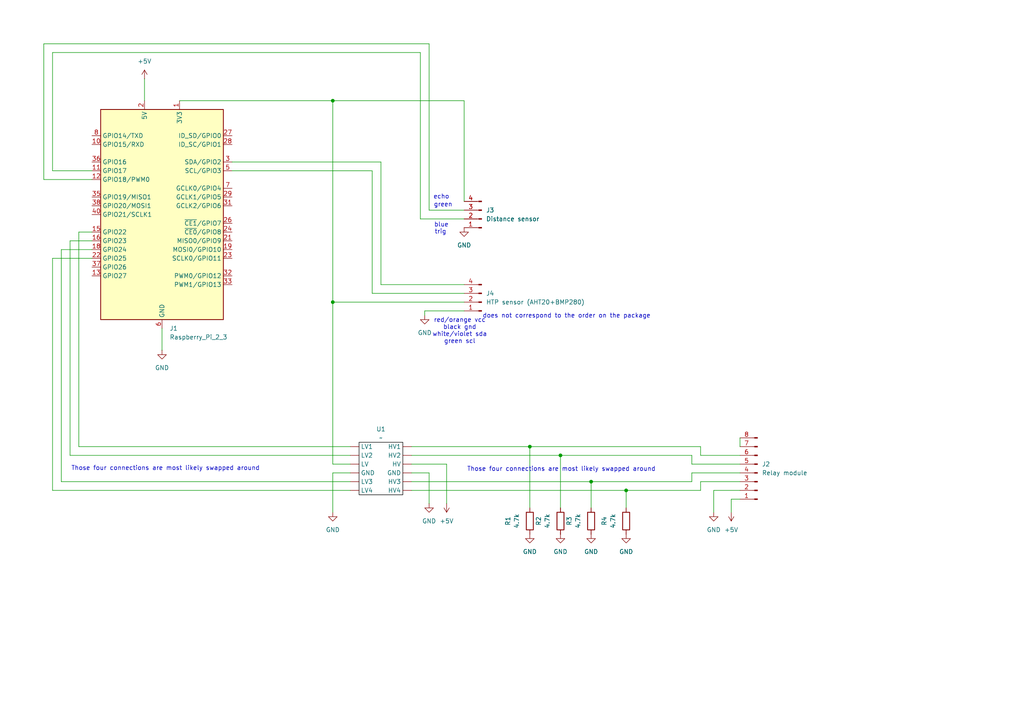
<source format=kicad_sch>
(kicad_sch (version 20231120) (generator "eeschema") (generator_version "8.0")
  (paper "A4")
  (title_block (title "Vivarium Automation"))
  (lib_symbols
    (symbol "Connector:Conn_01x04_Pin" (pin_names (offset 1.016) hide)
      (property "Reference" "J" (at 0 5.08 0))
      (property "Value" "Conn_01x04_Pin" (at 0 -7.62 0))
      (symbol "Conn_01x04_Pin_1_1"
        (polyline (pts (xy 1.27 -5.08) (xy 0.8636 -5.08)) (stroke (width 0.1524)))
        (polyline (pts (xy 1.27 -2.54) (xy 0.8636 -2.54)) (stroke (width 0.1524)))
        (polyline (pts (xy 1.27 0) (xy 0.8636 0)) (stroke (width 0.1524)))
        (polyline (pts (xy 1.27 2.54) (xy 0.8636 2.54)) (stroke (width 0.1524)))
        (rectangle (start 0.8636 -4.953) (end 0 -5.207) (stroke (width 0.1524)) (fill (type outline)))
        (rectangle (start 0.8636 -2.413) (end 0 -2.667) (stroke (width 0.1524)) (fill (type outline)))
        (rectangle (start 0.8636 0.127) (end 0 -0.127) (stroke (width 0.1524)) (fill (type outline)))
        (rectangle (start 0.8636 2.667) (end 0 2.413) (stroke (width 0.1524)) (fill (type outline)))
        (pin passive line (at 5.08 2.54 180) (length 3.81) (name "Pin_1") (number "1"))
        (pin passive line (at 5.08 0 180) (length 3.81) (name "Pin_2") (number "2"))
        (pin passive line (at 5.08 -2.54 180) (length 3.81) (name "Pin_3") (number "3"))
        (pin passive line (at 5.08 -5.08 180) (length 3.81) (name "Pin_4") (number "4"))
      )
    )
    (symbol "Connector:Conn_01x08_Pin" (pin_names (offset 1.016) hide)
      (property "Reference" "J" (at 0 10.16 0))
      (property "Value" "Conn_01x08_Pin" (at 0 -12.7 0))
      (symbol "Conn_01x08_Pin_1_1"
        (polyline (pts (xy 1.27 -10.16) (xy 0.8636 -10.16)) (stroke (width 0.1524)))
        (polyline (pts (xy 1.27 -7.62) (xy 0.8636 -7.62)) (stroke (width 0.1524)))
        (polyline (pts (xy 1.27 -5.08) (xy 0.8636 -5.08)) (stroke (width 0.1524)))
        (polyline (pts (xy 1.27 -2.54) (xy 0.8636 -2.54)) (stroke (width 0.1524)))
        (polyline (pts (xy 1.27 0) (xy 0.8636 0)) (stroke (width 0.1524)))
        (polyline (pts (xy 1.27 2.54) (xy 0.8636 2.54)) (stroke (width 0.1524)))
        (polyline (pts (xy 1.27 5.08) (xy 0.8636 5.08)) (stroke (width 0.1524)))
        (polyline (pts (xy 1.27 7.62) (xy 0.8636 7.62)) (stroke (width 0.1524)))
        (rectangle (start 0.8636 -10.033) (end 0 -10.287) (stroke (width 0.1524)) (fill (type outline)))
        (rectangle (start 0.8636 -7.493) (end 0 -7.747) (stroke (width 0.1524)) (fill (type outline)))
        (rectangle (start 0.8636 -4.953) (end 0 -5.207) (stroke (width 0.1524)) (fill (type outline)))
        (rectangle (start 0.8636 -2.413) (end 0 -2.667) (stroke (width 0.1524)) (fill (type outline)))
        (rectangle (start 0.8636 0.127) (end 0 -0.127) (stroke (width 0.1524)) (fill (type outline)))
        (rectangle (start 0.8636 2.667) (end 0 2.413) (stroke (width 0.1524)) (fill (type outline)))
        (rectangle (start 0.8636 5.207) (end 0 4.953) (stroke (width 0.1524)) (fill (type outline)))
        (rectangle (start 0.8636 7.747) (end 0 7.493) (stroke (width 0.1524)) (fill (type outline)))
        (pin passive line (at 5.08 7.62 180) (length 3.81) (name "Pin_1") (number "1"))
        (pin passive line (at 5.08 5.08 180) (length 3.81) (name "Pin_2") (number "2"))
        (pin passive line (at 5.08 2.54 180) (length 3.81) (name "Pin_3") (number "3"))
        (pin passive line (at 5.08 0 180) (length 3.81) (name "Pin_4") (number "4"))
        (pin passive line (at 5.08 -2.54 180) (length 3.81) (name "Pin_5") (number "5"))
        (pin passive line (at 5.08 -5.08 180) (length 3.81) (name "Pin_6") (number "6"))
        (pin passive line (at 5.08 -7.62 180) (length 3.81) (name "Pin_7") (number "7"))
        (pin passive line (at 5.08 -10.16 180) (length 3.81) (name "Pin_8") (number "8"))
      )
    )
    (symbol "Connector:Raspberry_Pi_2_3"
      (property "Reference" "J" (at -17.78 31.75 0))
      (property "Value" "Raspberry_Pi_2_3" (at 10.16 -31.75 0))
      (symbol "Raspberry_Pi_2_3_0_1"
        (rectangle (start -17.78 30.48) (end 17.78 -30.48) (stroke (width 0.254)) (fill (type background)))
      )
      (symbol "Raspberry_Pi_2_3_1_1"
        (pin power_in line (at 5.08 33.02 270) (length 2.54) (name "3V3") (number "1"))
        (pin bidirectional line (at -20.32 20.32 0) (length 2.54) (name "GPIO15/RXD") (number "10"))
        (pin bidirectional line (at -20.32 12.7 0) (length 2.54) (name "GPIO17") (number "11"))
        (pin bidirectional line (at -20.32 10.16 0) (length 2.54) (name "GPIO18/PWM0") (number "12"))
        (pin bidirectional line (at -20.32 -17.78 0) (length 2.54) (name "GPIO27") (number "13"))
        (pin passive line (at 0 -33.02 90) (length 2.54) hide (name "GND") (number "14"))
        (pin bidirectional line (at -20.32 -5.08 0) (length 2.54) (name "GPIO22") (number "15"))
        (pin bidirectional line (at -20.32 -7.62 0) (length 2.54) (name "GPIO23") (number "16"))
        (pin passive line (at 5.08 33.02 270) (length 2.54) hide (name "3V3") (number "17"))
        (pin bidirectional line (at -20.32 -10.16 0) (length 2.54) (name "GPIO24") (number "18"))
        (pin bidirectional line (at 20.32 -10.16 180) (length 2.54) (name "MOSI0/GPIO10") (number "19"))
        (pin power_in line (at -5.08 33.02 270) (length 2.54) (name "5V") (number "2"))
        (pin passive line (at 0 -33.02 90) (length 2.54) hide (name "GND") (number "20"))
        (pin bidirectional line (at 20.32 -7.62 180) (length 2.54) (name "MISO0/GPIO9") (number "21"))
        (pin bidirectional line (at -20.32 -12.7 0) (length 2.54) (name "GPIO25") (number "22"))
        (pin bidirectional line (at 20.32 -12.7 180) (length 2.54) (name "SCLK0/GPIO11") (number "23"))
        (pin bidirectional line (at 20.32 -5.08 180) (length 2.54) (name "~{CE0}/GPIO8") (number "24"))
        (pin passive line (at 0 -33.02 90) (length 2.54) hide (name "GND") (number "25"))
        (pin bidirectional line (at 20.32 -2.54 180) (length 2.54) (name "~{CE1}/GPIO7") (number "26"))
        (pin bidirectional line (at 20.32 22.86 180) (length 2.54) (name "ID_SD/GPIO0") (number "27"))
        (pin bidirectional line (at 20.32 20.32 180) (length 2.54) (name "ID_SC/GPIO1") (number "28"))
        (pin bidirectional line (at 20.32 5.08 180) (length 2.54) (name "GCLK1/GPIO5") (number "29"))
        (pin bidirectional line (at 20.32 15.24 180) (length 2.54) (name "SDA/GPIO2") (number "3"))
        (pin passive line (at 0 -33.02 90) (length 2.54) hide (name "GND") (number "30"))
        (pin bidirectional line (at 20.32 2.54 180) (length 2.54) (name "GCLK2/GPIO6") (number "31"))
        (pin bidirectional line (at 20.32 -17.78 180) (length 2.54) (name "PWM0/GPIO12") (number "32"))
        (pin bidirectional line (at 20.32 -20.32 180) (length 2.54) (name "PWM1/GPIO13") (number "33"))
        (pin passive line (at 0 -33.02 90) (length 2.54) hide (name "GND") (number "34"))
        (pin bidirectional line (at -20.32 5.08 0) (length 2.54) (name "GPIO19/MISO1") (number "35"))
        (pin bidirectional line (at -20.32 15.24 0) (length 2.54) (name "GPIO16") (number "36"))
        (pin bidirectional line (at -20.32 -15.24 0) (length 2.54) (name "GPIO26") (number "37"))
        (pin bidirectional line (at -20.32 2.54 0) (length 2.54) (name "GPIO20/MOSI1") (number "38"))
        (pin passive line (at 0 -33.02 90) (length 2.54) hide (name "GND") (number "39"))
        (pin passive line (at -5.08 33.02 270) (length 2.54) hide (name "5V") (number "4"))
        (pin bidirectional line (at -20.32 0 0) (length 2.54) (name "GPIO21/SCLK1") (number "40"))
        (pin bidirectional line (at 20.32 12.7 180) (length 2.54) (name "SCL/GPIO3") (number "5"))
        (pin power_in line (at 0 -33.02 90) (length 2.54) (name "GND") (number "6"))
        (pin bidirectional line (at 20.32 7.62 180) (length 2.54) (name "GCLK0/GPIO4") (number "7"))
        (pin bidirectional line (at -20.32 22.86 0) (length 2.54) (name "GPIO14/TXD") (number "8"))
        (pin passive line (at 0 -33.02 90) (length 2.54) hide (name "GND") (number "9"))
      )
    )
    (symbol "Device:R" (pin_numbers hide) (pin_names (offset 0))
      (property "Reference" "R" (at 2.032 0 90))
      (property "Value" "R" (at 0 0 90))
      (symbol "R_0_1"
        (rectangle (start -1.016 -2.54) (end 1.016 2.54) (stroke (width 0.254)))
      )
      (symbol "R_1_1"
        (pin passive line (at 0 3.81 270) (length 1.27) (name "~") (number "1"))
        (pin passive line (at 0 -3.81 90) (length 1.27) (name "~") (number "2"))
      )
    )
    (symbol "custom:level_converter"
      (property "Reference" "U" (at 0 -1.524 0))
      (symbol "level_converter_1_1"
        (rectangle (start -6.35 15.24) (end 6.35 0) (stroke (width 0) (color 0 0 0 1)))
        (pin input line (at -8.89 6.35 0) (length 2.54) (name "GND") (number ""))
        (pin input line (at 8.89 6.35 180) (length 2.54) (name "GND") (number ""))
        (pin input line (at 8.89 8.89 180) (length 2.54) (name "HV") (number ""))
        (pin bidirectional line (at 8.89 13.97 180) (length 2.54) (name "HV1") (number ""))
        (pin bidirectional line (at 8.89 11.43 180) (length 2.54) (name "HV2") (number ""))
        (pin bidirectional line (at 8.89 3.81 180) (length 2.54) (name "HV3") (number ""))
        (pin bidirectional line (at 8.89 1.27 180) (length 2.54) (name "HV4") (number ""))
        (pin input line (at -8.89 8.89 0) (length 2.54) (name "LV") (number ""))
        (pin bidirectional line (at -8.89 13.97 0) (length 2.54) (name "LV1") (number ""))
        (pin bidirectional line (at -8.89 11.43 0) (length 2.54) (name "LV2") (number ""))
        (pin bidirectional line (at -8.89 3.81 0) (length 2.54) (name "LV3") (number ""))
        (pin bidirectional line (at -8.89 1.27 0) (length 2.54) (name "LV4") (number ""))
      )
    )
    (symbol "power:+5V" (power) (pin_numbers hide) (pin_names (offset 0) hide)
      (property "Value" "+5V" (at 0 3.556 0))
      (symbol "+5V_0_1"
        (polyline (pts (xy -0.762 1.27) (xy 0 2.54)))
        (polyline (pts (xy 0 0) (xy 0 2.54)))
        (polyline (pts (xy 0 2.54) (xy 0.762 1.27)))
      )
      (symbol "+5V_1_1"
        (pin power_in line (at 0 0 90) (length 0) (name "~") (number "1"))
      )
    )
    (symbol "power:GND" (power) (pin_numbers hide) (pin_names (offset 0) hide)
      (property "Value" "GND" (at 0 -3.81 0))
      (symbol "GND_0_1"
        (polyline (pts (xy 0 0) (xy 0 -1.27) (xy 1.27 -1.27) (xy 0 -2.54) (xy -1.27 -1.27) (xy 0 -1.27)))
      )
      (symbol "GND_1_1"
        (pin power_in line (at 0 0 270) (length 0) (name "~") (number "1"))
      )
    )
  )
  (junction (at 96.52 29.21))
  (junction (at 96.52 87.63))
  (junction (at 162.56 132.08))
  (junction (at 153.67 129.54))
  (junction (at 181.61 142.24))
  (junction (at 171.45 139.7))
  (wire (pts (xy 134.62 60.96) (xy 124.46 60.96)))
  (wire (pts (xy 12.7 12.7) (xy 12.7 52.07)))
  (wire (pts (xy 124.46 146.05) (xy 124.46 137.16)))
  (wire (pts (xy 96.52 29.21) (xy 96.52 87.63)))
  (wire (pts (xy 121.92 15.24) (xy 15.24 15.24)))
  (wire (pts (xy 203.2 139.7) (xy 214.63 139.7)))
  (wire (pts (xy 121.92 63.5) (xy 121.92 15.24)))
  (wire (pts (xy 200.66 139.7) (xy 200.66 137.16)))
  (wire (pts (xy 134.62 63.5) (xy 121.92 63.5)))
  (wire (pts (xy 134.62 58.42) (xy 134.62 29.21)))
  (wire (pts (xy 212.09 148.59) (xy 212.09 144.78)))
  (wire (pts (xy 22.86 67.31) (xy 22.86 129.54)))
  (wire (pts (xy 67.31 49.53) (xy 107.95 49.53)))
  (wire (pts (xy 119.38 129.54) (xy 153.67 129.54)))
  (wire (pts (xy 212.09 144.78) (xy 214.63 144.78)))
  (wire (pts (xy 96.52 87.63) (xy 134.62 87.63)))
  (wire (pts (xy 153.67 129.54) (xy 153.67 147.32)))
  (wire (pts (xy 181.61 142.24) (xy 181.61 147.32)))
  (wire (pts (xy 20.32 132.08) (xy 101.6 132.08)))
  (wire (pts (xy 17.78 72.39) (xy 17.78 139.7)))
  (wire (pts (xy 119.38 142.24) (xy 181.61 142.24)))
  (wire (pts (xy 171.45 139.7) (xy 200.66 139.7)))
  (wire (pts (xy 200.66 134.62) (xy 214.63 134.62)))
  (wire (pts (xy 110.49 82.55) (xy 134.62 82.55)))
  (wire (pts (xy 96.52 87.63) (xy 96.52 134.62)))
  (wire (pts (xy 153.67 129.54) (xy 203.2 129.54)))
  (wire (pts (xy 107.95 85.09) (xy 134.62 85.09)))
  (wire (pts (xy 162.56 132.08) (xy 200.66 132.08)))
  (wire (pts (xy 181.61 142.24) (xy 203.2 142.24)))
  (wire (pts (xy 200.66 137.16) (xy 214.63 137.16)))
  (wire (pts (xy 67.31 46.99) (xy 110.49 46.99)))
  (wire (pts (xy 124.46 12.7) (xy 12.7 12.7)))
  (wire (pts (xy 134.62 90.17) (xy 123.19 90.17)))
  (wire (pts (xy 124.46 60.96) (xy 124.46 12.7)))
  (wire (pts (xy 203.2 142.24) (xy 203.2 139.7)))
  (wire (pts (xy 22.86 67.31) (xy 26.67 67.31)))
  (wire (pts (xy 207.01 142.24) (xy 207.01 148.59)))
  (wire (pts (xy 124.46 137.16) (xy 119.38 137.16)))
  (wire (pts (xy 17.78 72.39) (xy 26.67 72.39)))
  (wire (pts (xy 20.32 69.85) (xy 20.32 132.08)))
  (wire (pts (xy 12.7 52.07) (xy 26.67 52.07)))
  (wire (pts (xy 200.66 132.08) (xy 200.66 134.62)))
  (wire (pts (xy 101.6 129.54) (xy 22.86 129.54)))
  (wire (pts (xy 129.54 146.05) (xy 129.54 134.62)))
  (wire (pts (xy 123.19 90.17) (xy 123.19 91.44)))
  (wire (pts (xy 119.38 139.7) (xy 171.45 139.7)))
  (wire (pts (xy 46.99 95.25) (xy 46.99 101.6)))
  (wire (pts (xy 101.6 142.24) (xy 15.24 142.24)))
  (wire (pts (xy 203.2 129.54) (xy 203.2 132.08)))
  (wire (pts (xy 119.38 134.62) (xy 129.54 134.62)))
  (wire (pts (xy 52.07 29.21) (xy 96.52 29.21)))
  (wire (pts (xy 15.24 74.93) (xy 15.24 142.24)))
  (wire (pts (xy 26.67 69.85) (xy 20.32 69.85)))
  (wire (pts (xy 110.49 46.99) (xy 110.49 82.55)))
  (wire (pts (xy 101.6 137.16) (xy 96.52 137.16)))
  (wire (pts (xy 41.91 22.86) (xy 41.91 29.21)))
  (wire (pts (xy 203.2 132.08) (xy 214.63 132.08)))
  (wire (pts (xy 26.67 74.93) (xy 15.24 74.93)))
  (wire (pts (xy 101.6 139.7) (xy 17.78 139.7)))
  (wire (pts (xy 214.63 142.24) (xy 207.01 142.24)))
  (wire (pts (xy 96.52 137.16) (xy 96.52 148.59)))
  (wire (pts (xy 162.56 132.08) (xy 162.56 147.32)))
  (wire (pts (xy 15.24 49.53) (xy 26.67 49.53)))
  (wire (pts (xy 101.6 134.62) (xy 96.52 134.62)))
  (wire (pts (xy 214.63 127) (xy 214.63 129.54)))
  (wire (pts (xy 134.62 29.21) (xy 96.52 29.21)))
  (wire (pts (xy 119.38 132.08) (xy 162.56 132.08)))
  (wire (pts (xy 107.95 49.53) (xy 107.95 85.09)))
  (wire (pts (xy 15.24 15.24) (xy 15.24 49.53)))
  (wire (pts (xy 171.45 139.7) (xy 171.45 147.32)))
  (text "echo" (at 128.016 57.15 0) (effects (font (size 1.27 1.27))))
  (text "blue" (at 128.016 65.278 0) (effects (font (size 1.27 1.27))))
  (text "green" (at 128.524 59.436 0) (effects (font (size 1.27 1.27))))
  (text "does not correspond to the order on the package" (at 164.338 91.694 0) (effects (font (size 1.27 1.27))))
  (text "red/orange vcc\nblack gnd\nwhite/violet sda\ngreen scl" (at 133.35 96.012 0) (effects (font (size 1.27 1.27))))
  (text "trig" (at 127.762 67.31 0) (effects (font (size 1.27 1.27))))
  (text "Those four connections are most likely swapped around\n" (at 162.814 136.144 0) (effects (font (size 1.27 1.27))))
  (text "Those four connections are most likely swapped around\n" (at 48.006 135.89 0) (effects (font (size 1.27 1.27))))
  (symbol (lib_id "Connector:Conn_01x08_Pin") (at 219.71 137.16 180) (unit 1)
    (property "Reference" "J2" (at 220.98 134.6199 0) (effects (justify right)))
    (property "Value" "Relay module" (at 220.98 137.1599 0) (effects (justify right)))
    (property "Description" "Generic connector, single row, 01x08, script generated" (effects (hide yes)))
  )
  (symbol (lib_id "power:GND") (at 134.62 66.04 0) (unit 1)
    (property "Reference" "#PWR012" (effects (hide yes)))
    (property "Value" "GND" (at 134.62 71.12 0))
    (property "Description" "Power symbol creates a global label with name \"GND\" , ground" (effects (hide yes)))
  )
  (symbol (lib_id "Device:R") (at 171.45 151.13 0) (unit 1)
    (property "Reference" "R3" (at 165.1 151.13 90))
    (property "Value" "4.7k" (at 167.64 151.13 90))
    (property "Description" "Resistor" (effects (hide yes)))
  )
  (symbol (lib_id "Device:R") (at 181.61 151.13 0) (unit 1)
    (property "Reference" "R4" (at 175.26 151.13 90))
    (property "Value" "4.7k" (at 177.8 151.13 90))
    (property "Description" "Resistor" (effects (hide yes)))
  )
  (symbol (lib_id "power:GND") (at 153.67 154.94 0) (unit 1)
    (property "Reference" "#PWR07" (effects (hide yes)))
    (property "Value" "GND" (at 153.67 160.02 0))
    (property "Description" "Power symbol creates a global label with name \"GND\" , ground" (effects (hide yes)))
  )
  (symbol (lib_id "power:GND") (at 181.61 154.94 0) (unit 1)
    (property "Reference" "#PWR011" (effects (hide yes)))
    (property "Value" "GND" (at 181.61 160.02 0))
    (property "Description" "Power symbol creates a global label with name \"GND\" , ground" (effects (hide yes)))
  )
  (symbol (lib_id "Connector:Conn_01x04_Pin") (at 139.7 63.5 180) (unit 1)
    (property "Reference" "J3" (at 140.97 60.9599 0) (effects (justify right)))
    (property "Value" "Distance sensor" (at 140.97 63.4999 0) (effects (justify right)))
    (property "Description" "Generic connector, single row, 01x04, script generated" (effects (hide yes)))
  )
  (symbol (lib_id "power:GND") (at 96.52 148.59 0) (unit 1)
    (property "Reference" "#PWR06" (effects (hide yes)))
    (property "Value" "GND" (at 96.52 153.67 0))
    (property "Description" "Power symbol creates a global label with name \"GND\" , ground" (effects (hide yes)))
  )
  (symbol (lib_id "Device:R") (at 162.56 151.13 0) (unit 1)
    (property "Reference" "R2" (at 156.21 151.13 90))
    (property "Value" "4.7k" (at 158.75 151.13 90))
    (property "Description" "Resistor" (effects (hide yes)))
  )
  (symbol (lib_id "power:GND") (at 207.01 148.59 0) (unit 1)
    (property "Reference" "#PWR03" (effects (hide yes)))
    (property "Value" "GND" (at 207.01 153.67 0))
    (property "Description" "Power symbol creates a global label with name \"GND\" , ground" (effects (hide yes)))
  )
  (symbol (lib_id "power:GND") (at 46.99 101.6 0) (unit 1)
    (property "Reference" "#PWR01" (effects (hide yes)))
    (property "Value" "GND" (at 46.99 106.68 0))
    (property "Description" "Power symbol creates a global label with name \"GND\" , ground" (effects (hide yes)))
  )
  (symbol (lib_id "power:GND") (at 171.45 154.94 0) (unit 1)
    (property "Reference" "#PWR010" (effects (hide yes)))
    (property "Value" "GND" (at 171.45 160.02 0))
    (property "Description" "Power symbol creates a global label with name \"GND\" , ground" (effects (hide yes)))
  )
  (symbol (lib_id "power:GND") (at 162.56 154.94 0) (unit 1)
    (property "Reference" "#PWR09" (effects (hide yes)))
    (property "Value" "GND" (at 162.56 160.02 0))
    (property "Description" "Power symbol creates a global label with name \"GND\" , ground" (effects (hide yes)))
  )
  (symbol (lib_id "Device:R") (at 153.67 151.13 0) (unit 1)
    (property "Reference" "R1" (at 147.32 151.13 90))
    (property "Value" "4.7k" (at 149.86 151.13 90))
    (property "Description" "Resistor" (effects (hide yes)))
  )
  (symbol (lib_id "power:GND") (at 123.19 91.44 0) (unit 1)
    (property "Reference" "#PWR013" (effects (hide yes)))
    (property "Value" "GND" (at 123.19 96.52 0))
    (property "Description" "Power symbol creates a global label with name \"GND\" , ground" (effects (hide yes)))
  )
  (symbol (lib_id "power:+5V") (at 212.09 148.59 180) (unit 1)
    (property "Reference" "#PWR08" (effects (hide yes)))
    (property "Value" "+5V" (at 212.09 153.67 0))
    (property "Description" "Power symbol creates a global label with name \"+5V\"" (effects (hide yes)))
  )
  (symbol (lib_id "power:+5V") (at 129.54 146.05 180) (unit 1)
    (property "Reference" "#PWR05" (effects (hide yes)))
    (property "Value" "+5V" (at 129.54 151.13 0))
    (property "Description" "Power symbol creates a global label with name \"+5V\"" (effects (hide yes)))
  )
  (symbol (lib_id "Connector:Conn_01x04_Pin") (at 139.7 87.63 180) (unit 1)
    (property "Reference" "J4" (at 140.97 85.0899 0) (effects (justify right)))
    (property "Value" "HTP sensor (AHT20+BMP280)" (at 140.97 87.6299 0) (effects (justify right)))
    (property "Description" "Generic connector, single row, 01x04, script generated" (effects (hide yes)))
  )
  (symbol (lib_id "power:+5V") (at 41.91 22.86 0) (unit 1)
    (property "Reference" "#PWR02" (effects (hide yes)))
    (property "Value" "+5V" (at 41.91 17.78 0))
    (property "Description" "Power symbol creates a global label with name \"+5V\"" (effects (hide yes)))
  )
  (symbol (lib_id "power:GND") (at 124.46 146.05 0) (unit 1)
    (property "Reference" "#PWR04" (effects (hide yes)))
    (property "Value" "GND" (at 124.46 151.13 0))
    (property "Description" "Power symbol creates a global label with name \"GND\" , ground" (effects (hide yes)))
  )
  (symbol (lib_id "custom:level_converter") (at 110.49 143.51 0) (unit 1)
    (property "Reference" "U1" (at 110.49 124.46 0))
    (property "Value" "~" (at 110.49 127 0))
  )
  (symbol (lib_id "Connector:Raspberry_Pi_2_3") (at 46.99 62.23 0) (unit 1)
    (property "Reference" "J1" (at 49.1841 95.25 0) (effects (justify left)))
    (property "Value" "Raspberry_Pi_2_3" (at 49.1841 97.79 0) (effects (justify left)))
    (property "Datasheet" "https://www.raspberrypi.org/documentation/hardware/raspberrypi/schematics/rpi_SCH_3bplus_1p0_reduced.pdf" (effects (hide yes)))
    (property "Description" "expansion header for Raspberry Pi 2 & 3" (effects (hide yes)))
  )
)
</source>
